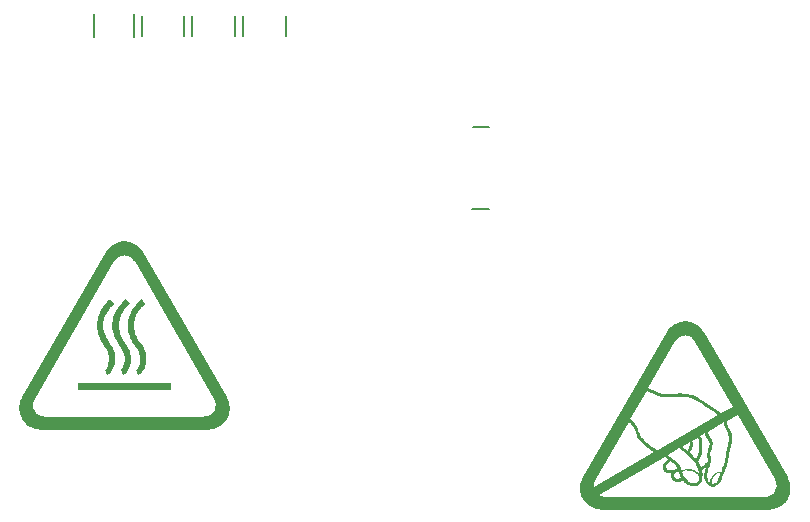
<source format=gbr>
%TF.GenerationSoftware,Altium Limited,Altium Designer,22.9.1 (49)*%
G04 Layer_Color=32896*
%FSLAX45Y45*%
%MOMM*%
%TF.SameCoordinates,C6D2A98E-D71B-44EB-B230-12E80A119C5B*%
%TF.FilePolarity,Positive*%
%TF.FileFunction,Legend,Bot*%
%TF.Part,Single*%
G01*
G75*
%TA.AperFunction,NonConductor*%
%ADD54C,0.20000*%
G36*
X5784691Y2025296D02*
X5801153Y2022944D01*
X5815264Y2018241D01*
X5824671Y2013537D01*
X5834078Y2008834D01*
X5838782Y2006482D01*
X5841134Y2004130D01*
X5850541Y1999427D01*
X5855244Y1997075D01*
X5876410Y1978260D01*
X5895225Y1957094D01*
X5904632Y1942984D01*
X5909335Y1938280D01*
Y1935928D01*
X6617223Y708296D01*
X6619575D01*
Y705944D01*
Y703593D01*
X6624279Y694186D01*
X6628982Y687130D01*
X6631334Y682427D01*
Y680075D01*
X6633686Y673019D01*
X6636038Y663612D01*
X6638389Y656557D01*
Y654205D01*
X6640741Y628336D01*
Y604818D01*
X6638389Y583652D01*
X6633686Y564837D01*
X6626630Y548375D01*
X6621927Y536616D01*
X6619575Y529561D01*
X6617223Y527209D01*
X6607816Y510746D01*
X6605464Y506043D01*
X6603113Y503691D01*
X6591354Y491932D01*
X6586650Y487228D01*
X6584298Y484877D01*
X6563132Y468414D01*
X6541966Y456655D01*
X6520800Y447248D01*
X6499634Y442544D01*
X6483171Y437841D01*
X6469061Y435489D01*
X5036823Y435489D01*
X5025064Y437841D01*
X5015657D01*
X5013305Y440192D01*
X5003898D01*
X4994491Y442544D01*
X4987436Y444896D01*
X4985084D01*
X4961566Y454303D01*
X4940400Y466062D01*
X4923937Y480173D01*
X4909827Y494283D01*
X4898068Y506042D01*
X4891012Y517801D01*
X4886309Y524857D01*
X4883957Y527208D01*
X4881605D01*
X4876902Y538967D01*
X4872198Y546023D01*
X4869846Y550726D01*
Y553078D01*
X4867494Y562485D01*
X4865143Y571892D01*
X4862791Y576596D01*
Y578948D01*
X4860439Y604817D01*
Y628335D01*
X4862791Y651853D01*
X4867494Y670667D01*
X4874550Y687130D01*
X4879253Y701241D01*
X4881605Y708296D01*
X4883957Y710648D01*
X5594196Y1940632D01*
X5603603Y1954743D01*
X5605955Y1959446D01*
X5608307Y1961798D01*
X5620066Y1973557D01*
X5624769Y1978260D01*
X5627121Y1980612D01*
X5648287Y1997075D01*
X5667101Y2008834D01*
X5688268Y2018241D01*
X5707082Y2022944D01*
X5723544Y2027648D01*
X5737655Y2030000D01*
X5768228D01*
X5784691Y2025296D01*
D02*
G37*
G36*
X1028955Y2705149D02*
X1045418Y2700445D01*
X1064232Y2695741D01*
X1085398Y2686334D01*
X1104212Y2674575D01*
X1125378Y2658113D01*
X1127730Y2655761D01*
X1132434Y2651057D01*
X1144193Y2639299D01*
X1146545Y2636947D01*
X1148896Y2632243D01*
X1158303Y2618132D01*
X1868543Y1388148D01*
X1870895Y1385797D01*
X1873247Y1378741D01*
X1877950Y1364630D01*
X1885006Y1348168D01*
X1889709Y1329354D01*
X1892061Y1305836D01*
Y1282318D01*
X1889709Y1256448D01*
Y1254097D01*
X1887357Y1249393D01*
X1885006Y1239986D01*
X1882654Y1230579D01*
Y1228227D01*
X1880302Y1223523D01*
X1875598Y1216468D01*
X1870895Y1204709D01*
X1868543D01*
X1866191Y1202357D01*
X1861488Y1195302D01*
X1854432Y1183543D01*
X1842673Y1171784D01*
X1828563Y1157673D01*
X1812100Y1143563D01*
X1790934Y1131804D01*
X1767416Y1122397D01*
X1765065D01*
X1758009Y1120045D01*
X1748602Y1117693D01*
X1739195D01*
X1736843Y1115341D01*
X1727436D01*
X1715677Y1112989D01*
X283439Y1112989D01*
X269329Y1115341D01*
X252866Y1120044D01*
X231700Y1124748D01*
X210534Y1134155D01*
X189368Y1145914D01*
X168202Y1162377D01*
X165850Y1164728D01*
X161146Y1169432D01*
X149388Y1181191D01*
X147036Y1183543D01*
X144684Y1188246D01*
X135277Y1204709D01*
X132925Y1207061D01*
X130573Y1214116D01*
X125870Y1225875D01*
X118814Y1242337D01*
X114111Y1261152D01*
X111759Y1282318D01*
Y1305836D01*
X114111Y1331705D01*
Y1334057D01*
X116463Y1341112D01*
X118814Y1350520D01*
X121166Y1357575D01*
Y1359927D01*
X123518Y1364630D01*
X128221Y1371686D01*
X132925Y1381093D01*
Y1383445D01*
Y1385796D01*
X135277D01*
X843164Y2613429D01*
Y2615781D01*
X847868Y2620484D01*
X857275Y2634595D01*
X876089Y2655761D01*
X897255Y2674575D01*
X901959Y2676927D01*
X911366Y2681631D01*
X913718Y2683982D01*
X918421Y2686334D01*
X927828Y2691038D01*
X937236Y2695741D01*
X951346Y2700445D01*
X967809Y2702797D01*
X984271Y2707500D01*
X1014845D01*
X1028955Y2705149D01*
D02*
G37*
%LPC*%
G36*
X5754118Y1910059D02*
X5749414D01*
Y1907707D01*
X5735303D01*
X5723544Y1903003D01*
X5702378Y1895948D01*
X5688268Y1886541D01*
X5685916Y1884189D01*
X5683564Y1881837D01*
X5678860Y1877134D01*
X5674157Y1874782D01*
Y1872430D01*
X5669453Y1863023D01*
X5667101Y1860671D01*
X5664750D01*
X5434275Y1460868D01*
X5514235Y1427943D01*
X5540105Y1420887D01*
X5561271Y1416184D01*
X5570678Y1413832D01*
X5613010D01*
X5634176Y1416184D01*
X5676509D01*
X5688268Y1418535D01*
X5716489D01*
X5740007Y1416184D01*
X5761173Y1413832D01*
X5777635Y1411480D01*
X5791746Y1409128D01*
X5803505Y1404425D01*
X5810560Y1402073D01*
X5812912D01*
X5831726Y1395018D01*
X5850541Y1385610D01*
X5885818Y1364444D01*
X5902280Y1355037D01*
X5914039Y1347982D01*
X5921094Y1343278D01*
X5923446Y1340926D01*
X5930501Y1336223D01*
X5942260Y1329168D01*
X5951668Y1322112D01*
X5954019Y1319761D01*
X5956371D01*
X5963426Y1315057D01*
X5965778Y1312705D01*
X5968130D01*
X5975185Y1308002D01*
X5977537Y1305650D01*
X5994000Y1296243D01*
X6005759Y1286836D01*
X6015166Y1282132D01*
X6017518Y1279780D01*
X6031628Y1268021D01*
X6043387Y1258614D01*
X6048091Y1251559D01*
X6050443Y1249207D01*
X6153921Y1308002D01*
X5836430Y1858319D01*
X5827023Y1872430D01*
X5817616Y1881837D01*
X5810560Y1888893D01*
X5808209Y1891244D01*
X5805857D01*
X5803505Y1893596D01*
X5801153Y1895948D01*
X5782339Y1905355D01*
X5765876Y1907707D01*
X5754118Y1910059D01*
D02*
G37*
G36*
X5422516Y1437350D02*
X5286112Y1202171D01*
X5297871Y1192764D01*
X5302575Y1190412D01*
X5304926Y1188060D01*
X5316685Y1173950D01*
X5326092Y1162191D01*
X5333148Y1152784D01*
X5335500Y1148080D01*
X5342555Y1131617D01*
X5347259Y1117507D01*
X5351962Y1103396D01*
X5354314Y1101044D01*
Y1098692D01*
X5363721Y1077526D01*
X5370776Y1063416D01*
X5373128Y1056360D01*
X5375480Y1054009D01*
X5384887Y1042250D01*
X5387239Y1039898D01*
X5389591Y1037546D01*
X5401350Y1023435D01*
X5403701Y1021084D01*
X5406053Y1018732D01*
X5429571Y997566D01*
X5450737Y978751D01*
X5469551Y964641D01*
X5486014Y955234D01*
X5500125Y948178D01*
X5509532Y943475D01*
X5516587Y941123D01*
X5518939D01*
X6026925Y1235096D01*
X6017518Y1244503D01*
X6010462Y1251559D01*
X6003407Y1256262D01*
X6001055Y1258614D01*
X5986944Y1268021D01*
X5975185Y1277428D01*
X5965778Y1282132D01*
X5963426Y1284484D01*
X5954019Y1291539D01*
X5946964Y1293891D01*
X5942260Y1296243D01*
X5925798Y1308001D01*
X5916391Y1315057D01*
X5909335Y1317409D01*
X5906984Y1319760D01*
X5885818Y1333871D01*
X5867003Y1347982D01*
X5848189Y1357389D01*
X5834078Y1364444D01*
X5819968Y1371500D01*
X5810560Y1376203D01*
X5805857Y1378555D01*
X5803505D01*
X5768228Y1385610D01*
X5732951Y1390314D01*
X5660046D01*
X5629473Y1387962D01*
X5605955Y1385610D01*
X5580085D01*
X5551864Y1390314D01*
X5528346Y1395018D01*
X5518939Y1399721D01*
X5511884Y1402073D01*
X5507180Y1404425D01*
X5504828D01*
X5422516Y1437350D01*
D02*
G37*
G36*
X5787043Y1004621D02*
X5723544Y969344D01*
X5737655Y957585D01*
X5751766Y945826D01*
X5763525Y938771D01*
X5765876Y934067D01*
X5768228D01*
X5772932Y941123D01*
X5777635Y950530D01*
X5779987Y957585D01*
X5782339Y959937D01*
X5784691Y964641D01*
Y966992D01*
X5789394Y981103D01*
Y985807D01*
Y988159D01*
Y992862D01*
X5787043Y997566D01*
Y1002269D01*
Y1004621D01*
D02*
G37*
G36*
X5855244Y1044601D02*
X5810560Y1018732D01*
X5812912Y1006973D01*
X5815264Y995214D01*
Y988159D01*
Y985807D01*
X5812912Y974048D01*
X5810560Y964641D01*
X5808209Y957585D01*
Y955234D01*
X5805857Y950530D01*
X5798801Y936419D01*
X5791746Y924660D01*
X5789394Y919957D01*
X5787043Y917605D01*
X5803505Y903494D01*
X5817616Y889384D01*
X5827023Y879976D01*
X5831726Y875273D01*
X5834078Y872921D01*
X5836430Y870569D01*
X5838782Y868217D01*
Y865866D01*
X5848189Y879976D01*
X5852893Y891735D01*
X5857596Y898791D01*
Y901142D01*
X5859948Y905846D01*
X5862300Y910550D01*
X5864651Y917605D01*
Y919957D01*
X5867003Y931716D01*
X5869355Y943475D01*
Y952882D01*
Y957585D01*
Y959937D01*
Y964641D01*
Y978751D01*
Y992862D01*
Y997566D01*
Y999917D01*
Y1009325D01*
X5867003Y1018732D01*
Y1023435D01*
Y1025787D01*
X5859948Y1039898D01*
X5855244Y1042250D01*
Y1044601D01*
D02*
G37*
G36*
X5918743Y1079878D02*
X5878762Y1058712D01*
X5888169Y1042250D01*
X5892873Y1035194D01*
Y1032842D01*
X5895225Y1021084D01*
Y1011676D01*
Y1002269D01*
Y999917D01*
Y983455D01*
Y978751D01*
Y976400D01*
Y964641D01*
Y959937D01*
Y957585D01*
Y938771D01*
X5892873Y924660D01*
X5890521Y917605D01*
Y915253D01*
Y912901D01*
X5888169Y905846D01*
Y903494D01*
Y901142D01*
X5885818D01*
X5883466Y896439D01*
X5881114Y891735D01*
Y889384D01*
X5874059Y872921D01*
X5864651Y858810D01*
X5859948Y849403D01*
X5857596Y844700D01*
X5869355Y825885D01*
X5876410Y811775D01*
X5881114Y802367D01*
X5883466Y797664D01*
X5892873Y802367D01*
X5895225Y807071D01*
X5897576D01*
X5906984Y811775D01*
X5911687Y816478D01*
X5914039Y818830D01*
X5918743Y823534D01*
X5921094Y825885D01*
X5923446D01*
X5928150Y830589D01*
X5932853Y832941D01*
X5935205Y835293D01*
X5937557D01*
X5939909Y837645D01*
Y842348D01*
Y861162D01*
X5937557Y877625D01*
X5935205Y887032D01*
Y891736D01*
Y898791D01*
Y905846D01*
X5939909Y927012D01*
X5942260Y936420D01*
X5944612Y943475D01*
X5946964Y948178D01*
Y950530D01*
X5951668Y964641D01*
X5954019Y976400D01*
X5956371Y990511D01*
Y999918D01*
Y1002270D01*
X5954019Y1011677D01*
X5946964Y1023436D01*
X5942260Y1032843D01*
X5939909Y1035195D01*
X5928150Y1054009D01*
X5921094Y1068119D01*
X5918743Y1077526D01*
Y1079878D01*
D02*
G37*
G36*
X5627121Y847051D02*
X5624769D01*
X5620066Y842348D01*
X5608307Y832941D01*
X5601251Y823534D01*
X5596548Y821182D01*
Y818830D01*
Y816478D01*
X5594196D01*
Y814126D01*
X5589493Y809423D01*
Y804719D01*
Y802367D01*
Y800016D01*
Y795312D01*
X5591844Y788257D01*
X5594196Y781201D01*
Y778850D01*
Y776498D01*
X5601252Y771794D01*
X5610659Y769442D01*
X5622418D01*
X5641232Y771794D01*
X5655343Y774146D01*
X5664750Y776498D01*
X5669453D01*
X5681212Y783553D01*
X5683564Y785905D01*
X5685916D01*
Y788257D01*
X5683564Y790609D01*
Y792960D01*
X5674157Y807071D01*
X5664750Y818830D01*
X5657694Y825885D01*
X5655343Y828237D01*
X5648287Y832941D01*
X5638880Y839996D01*
X5629473Y844700D01*
X5627121Y847051D01*
D02*
G37*
G36*
X6076312Y1173950D02*
X5942260Y1096341D01*
X5944612Y1082230D01*
X5951668Y1065768D01*
X5958723Y1054009D01*
X5961075Y1051657D01*
Y1049305D01*
X5972834Y1032843D01*
X5979889Y1018732D01*
X5984593Y1009325D01*
Y1006973D01*
Y999918D01*
X5982241Y988159D01*
X5977537Y966993D01*
X5975185Y957586D01*
X5972834Y948178D01*
X5970482Y943475D01*
Y941123D01*
X5965778Y929364D01*
X5963426Y919957D01*
X5961075Y905846D01*
Y901143D01*
Y898791D01*
X5965778Y877625D01*
Y861162D01*
Y847052D01*
Y844700D01*
Y842348D01*
Y835293D01*
Y832941D01*
X5963426Y828237D01*
Y825886D01*
X5961075Y818830D01*
Y814127D01*
X5958723Y811775D01*
X5956371Y802368D01*
Y797664D01*
X5954019Y795312D01*
X5946964Y771794D01*
X5942261Y752980D01*
X5937557Y736518D01*
Y724759D01*
X5935205Y717703D01*
Y713000D01*
Y708296D01*
X5939909Y691834D01*
X5946964Y680075D01*
X5954020Y670668D01*
X5956371Y668316D01*
X5961075Y665964D01*
X5963427Y663612D01*
Y665964D01*
Y670668D01*
Y673019D01*
Y675371D01*
Y684778D01*
Y689482D01*
X5970482Y705944D01*
X5972834Y710648D01*
X5975186Y713000D01*
X5979889Y717703D01*
X5982241Y722407D01*
X5991648Y734166D01*
X5998704Y743573D01*
X6008111Y748277D01*
X6017518Y752980D01*
X6031629Y757684D01*
X6045739D01*
X6048091Y755332D01*
X6052795D01*
X6057498Y764739D01*
X6059850Y774146D01*
X6062201Y783553D01*
X6064553Y785905D01*
X6071609Y802368D01*
X6078664Y816478D01*
X6081016Y825886D01*
X6083368Y830589D01*
X6088071Y849403D01*
X6090423Y865866D01*
X6092775Y882328D01*
Y884680D01*
Y887032D01*
X6097478Y917605D01*
X6102182Y938771D01*
X6104534Y950530D01*
Y955234D01*
Y957586D01*
X6106885Y964641D01*
X6109237Y971696D01*
X6111589Y978752D01*
Y981103D01*
X6116293Y999918D01*
X6120996Y1016380D01*
Y1028139D01*
X6123348Y1039898D01*
Y1046953D01*
X6120996Y1051657D01*
Y1056361D01*
X6116293Y1068120D01*
X6111589Y1084582D01*
X6104534Y1098693D01*
X6102182Y1101045D01*
Y1103396D01*
X6088071Y1131618D01*
X6081016Y1155136D01*
X6076312Y1169246D01*
Y1171598D01*
Y1173950D01*
D02*
G37*
G36*
X5697675Y955234D02*
X5601251Y898791D01*
X5613010Y889384D01*
X5624769Y879976D01*
X5636528Y870569D01*
X5638880Y868217D01*
X5641232D01*
X5655343Y858810D01*
X5664750Y851755D01*
X5669453Y847051D01*
X5671805D01*
X5685916Y832941D01*
X5697675Y818830D01*
X5704730Y809423D01*
X5707082Y807071D01*
Y804719D01*
X5711785Y795312D01*
X5714137Y785905D01*
X5716489Y783553D01*
Y781201D01*
X5718841Y774146D01*
X5721193Y771794D01*
Y769442D01*
X5735303Y774146D01*
X5742359D01*
X5751766Y776498D01*
X5754118Y778850D01*
X5787043D01*
X5801153Y776498D01*
X5805857D01*
X5810560Y774146D01*
X5812912D01*
X5815264Y771794D01*
X5822320D01*
X5824671Y769442D01*
X5827023D01*
X5841134Y762387D01*
X5852893Y755332D01*
X5859948Y750628D01*
X5862300Y748276D01*
X5864652Y745925D01*
X5867004Y741221D01*
X5869061Y739163D01*
X5869355Y736517D01*
Y738869D01*
X5869061Y739163D01*
X5867004Y757684D01*
X5859948Y778850D01*
X5850541Y800016D01*
X5838782Y818830D01*
X5829375Y835292D01*
X5819968Y847051D01*
X5812912Y856459D01*
X5810560Y858810D01*
X5791746Y879976D01*
X5772932Y896439D01*
X5758821Y908198D01*
X5756469Y912901D01*
X5754118D01*
X5730600Y929364D01*
X5714137Y943475D01*
X5702378Y952882D01*
X5697675Y955234D01*
D02*
G37*
G36*
X5695323Y760035D02*
X5690620Y757684D01*
X5683564Y755332D01*
X5678861Y752980D01*
X5676509D01*
X5674157Y750628D01*
X5669453D01*
X5667102Y748276D01*
X5664750D01*
X5657695Y736517D01*
Y727110D01*
Y720055D01*
Y717703D01*
Y713000D01*
X5660046Y710648D01*
Y705944D01*
X5662398Y703592D01*
X5664750D01*
X5671805Y698889D01*
X5678861Y696537D01*
X5688268D01*
X5700027Y698889D01*
X5709434Y701241D01*
X5714137Y703592D01*
X5716489Y705944D01*
X5707082Y722407D01*
X5702378Y736517D01*
X5697675Y745925D01*
Y748276D01*
X5695323Y757684D01*
Y760035D01*
D02*
G37*
G36*
X5763525Y767091D02*
X5756470D01*
X5742359Y762387D01*
X5730600Y760035D01*
X5725896Y757684D01*
X5723545Y755332D01*
X5728248Y741221D01*
X5735303Y727110D01*
X5744711Y715351D01*
X5747062Y713000D01*
Y710648D01*
X5761173Y691834D01*
X5770580Y682426D01*
X5777636Y675371D01*
X5779987Y673019D01*
X5787043Y668316D01*
X5791746Y665964D01*
X5796450Y663612D01*
X5805857Y658909D01*
X5834079D01*
X5843486Y661260D01*
X5848189Y663612D01*
X5852893Y665964D01*
X5859948Y675371D01*
X5864652Y687130D01*
X5869355Y696537D01*
Y701241D01*
X5867004Y713000D01*
X5864652Y715351D01*
X5859948Y727110D01*
X5855245Y734166D01*
X5852893Y738869D01*
X5843486Y745925D01*
X5834079Y752980D01*
X5827023Y755332D01*
X5824671Y757684D01*
X5819968D01*
X5817616Y760035D01*
X5808209D01*
X5798802Y762387D01*
X5787043Y764739D01*
X5777636D01*
X5763525Y767091D01*
D02*
G37*
G36*
X6038684Y745925D02*
X6026925D01*
X6019870Y741221D01*
X6005759Y731814D01*
X5996352Y722407D01*
X5994000Y720055D01*
Y717703D01*
X5991648Y713000D01*
X5989296Y710648D01*
X5986945Y708296D01*
Y705944D01*
X5979889Y691834D01*
X5977537Y687130D01*
Y684778D01*
X5975186Y682427D01*
Y680075D01*
Y677723D01*
Y675371D01*
Y668316D01*
X5977537Y665964D01*
Y663612D01*
Y658909D01*
Y656557D01*
X5979889Y654205D01*
X5989296D01*
X6001055Y658909D01*
X6010462Y663612D01*
X6015166Y668316D01*
X6017518Y670668D01*
X6022221Y677723D01*
X6026925Y687130D01*
X6036332Y708296D01*
X6038684Y717703D01*
X6043387Y727111D01*
X6045739Y731814D01*
Y734166D01*
X6048091Y743573D01*
X6045739D01*
X6038684Y745925D01*
D02*
G37*
G36*
X6193902Y1239800D02*
X6102182Y1188061D01*
X6106885Y1164543D01*
X6113941Y1138673D01*
X6118644Y1129266D01*
X6123348Y1119859D01*
X6125700Y1115155D01*
Y1112803D01*
X6135107Y1091637D01*
X6142162Y1075175D01*
X6146866Y1065768D01*
Y1063416D01*
X6149218Y1051657D01*
Y1037546D01*
X6144514Y1009325D01*
X6142162Y995214D01*
X6139810Y983455D01*
X6137459Y976400D01*
Y974048D01*
X6135107Y964641D01*
X6132755Y955234D01*
X6130403Y952882D01*
Y950530D01*
Y948178D01*
X6125700Y929364D01*
X6123348Y908198D01*
X6120996Y898791D01*
X6118644Y891736D01*
Y887032D01*
Y884680D01*
X6116293Y868218D01*
X6113941Y854107D01*
Y844700D01*
X6111589Y835293D01*
X6106885Y823534D01*
Y821182D01*
X6102182Y807071D01*
X6097478Y792961D01*
X6092775Y778850D01*
X6090423Y776498D01*
Y774146D01*
X6085720Y762387D01*
X6081016Y755332D01*
X6076312Y743573D01*
X6073961Y738869D01*
Y736518D01*
Y734166D01*
X6071609Y731814D01*
Y729462D01*
Y727111D01*
X6064554Y708296D01*
X6057498Y691834D01*
X6052795Y680075D01*
X6045739Y670668D01*
X6043387Y663612D01*
X6038684Y658909D01*
X6036332Y654205D01*
X6022221Y640094D01*
X6005759Y633039D01*
X5996352Y628336D01*
X5982241D01*
X5972834Y630687D01*
X5965779Y633039D01*
X5963427D01*
X5946964Y642446D01*
X5942261Y644798D01*
X5939909Y647150D01*
X5930502Y656557D01*
X5923446Y665964D01*
X5914039Y684778D01*
X5909336Y701241D01*
Y703592D01*
Y705944D01*
Y715351D01*
X5911687Y729462D01*
X5916391Y757684D01*
X5918743Y771794D01*
X5923446Y783553D01*
X5925798Y790609D01*
Y792960D01*
X5916391Y788257D01*
X5914039Y785905D01*
X5911687Y783553D01*
X5899928Y776498D01*
X5895225Y771794D01*
X5892873Y769442D01*
X5895225Y755332D01*
X5897577Y743573D01*
Y734166D01*
Y731814D01*
Y729462D01*
Y727110D01*
Y724759D01*
X5895225Y705944D01*
X5892873Y691834D01*
X5888170Y677723D01*
X5883466Y665964D01*
X5878762Y658909D01*
X5874059Y651853D01*
X5869355Y649501D01*
Y647150D01*
X5859948Y640094D01*
X5848189Y635391D01*
X5838782Y633039D01*
X5808209D01*
X5791746Y637742D01*
X5787043Y640094D01*
X5784691D01*
X5775284Y644798D01*
X5768228Y647150D01*
X5765877Y651853D01*
X5763525D01*
X5751766Y661260D01*
X5742359Y673019D01*
X5735303Y682426D01*
X5732952Y684778D01*
X5718841Y675371D01*
X5704730Y670667D01*
X5695323Y668316D01*
X5690620D01*
X5671805Y670667D01*
X5657695Y675371D01*
X5648287Y682426D01*
X5645936Y684778D01*
X5643584Y687130D01*
X5641232Y689482D01*
X5636528Y694185D01*
X5634177Y698889D01*
X5631825Y705944D01*
Y708296D01*
Y710648D01*
X5629473Y722407D01*
Y734166D01*
X5631825Y741221D01*
Y743573D01*
X5620066D01*
X5598900Y745925D01*
X5584789Y752980D01*
X5575382Y757684D01*
X5573030Y760035D01*
X5570678Y767091D01*
X5568327Y769442D01*
X5565975Y781201D01*
X5563623Y790609D01*
X5561271Y797664D01*
Y800016D01*
X5563623Y811775D01*
X5565975Y823534D01*
X5570678Y830589D01*
X5573030Y832941D01*
X5575382Y835292D01*
X5587141Y847051D01*
X5596548Y856459D01*
X5601251Y858810D01*
X5603603Y861162D01*
X5594196Y870569D01*
X5584789Y877625D01*
X5580085Y882328D01*
X5577734Y884680D01*
X5020361Y562485D01*
X5036823Y553078D01*
X5043878Y548375D01*
X5053286D01*
X5057989Y546023D01*
X5074452D01*
Y543671D01*
X6424377Y543671D01*
X6438488Y546023D01*
X6452598Y548375D01*
X6473764Y557782D01*
X6487875Y564837D01*
X6490227Y569541D01*
X6492579D01*
X6499634Y578948D01*
X6501986Y581300D01*
X6506689Y588355D01*
X6509041Y593059D01*
X6511393D01*
X6520800Y616577D01*
X6523152Y637743D01*
Y647150D01*
X6520800Y654205D01*
Y658909D01*
Y661261D01*
X6518448Y673019D01*
X6516096Y675371D01*
X6513745Y684778D01*
X6511393Y687130D01*
Y689482D01*
Y691834D01*
X6193902Y1239800D01*
D02*
G37*
G36*
X5274353Y1181005D02*
X5272001D01*
X4992139Y694185D01*
Y691834D01*
X4985084Y677723D01*
X4980380Y665964D01*
X4978028Y656557D01*
Y651853D01*
Y644798D01*
Y642446D01*
Y633039D01*
Y628335D01*
X5488366Y924660D01*
X5471903Y934067D01*
X5453089Y945826D01*
X5420164Y969344D01*
X5408405Y981103D01*
X5396646Y990510D01*
X5389591Y997566D01*
X5387239Y999917D01*
X5375480Y1014028D01*
X5370776Y1018732D01*
X5368425Y1021084D01*
X5359017Y1032842D01*
X5354314Y1037546D01*
Y1039898D01*
X5344907Y1054009D01*
X5337851Y1070471D01*
X5333148Y1084582D01*
X5330796Y1086934D01*
Y1089285D01*
X5323741Y1110451D01*
X5316685Y1124562D01*
X5314334Y1131617D01*
X5311982Y1133969D01*
X5302575Y1150432D01*
X5293167Y1159839D01*
X5288464Y1166894D01*
X5286112Y1169246D01*
X5276705Y1176301D01*
X5274353Y1181005D01*
D02*
G37*
G36*
X1003086Y2587559D02*
X998382D01*
X986623Y2585207D01*
X970161Y2582856D01*
X951346Y2573448D01*
X948995Y2571097D01*
X946643Y2568745D01*
X944291D01*
X941939Y2566393D01*
X934884Y2559338D01*
X925477Y2549931D01*
X916070Y2535820D01*
X241107Y1369334D01*
Y1366982D01*
Y1364630D01*
X238755Y1362278D01*
X236404Y1352871D01*
X234052Y1350520D01*
X231700Y1338761D01*
Y1336409D01*
Y1331705D01*
X229348Y1324650D01*
Y1315243D01*
X231700Y1294077D01*
X241107Y1270559D01*
X243459D01*
X245811Y1265855D01*
X250514Y1258800D01*
X252866Y1256448D01*
X259922Y1247041D01*
X262273D01*
X264625Y1242337D01*
X278736Y1235282D01*
X299902Y1225875D01*
X314013Y1223523D01*
X328123Y1221171D01*
X1678048Y1221172D01*
Y1223523D01*
X1694511D01*
X1699215Y1225875D01*
X1708622D01*
X1713325Y1228227D01*
X1727436Y1235282D01*
X1743898Y1249393D01*
X1762713Y1270559D01*
X1765065Y1275263D01*
X1769768Y1284670D01*
X1772120Y1301132D01*
X1774472Y1319947D01*
Y1322298D01*
Y1329354D01*
Y1334057D01*
X1772120Y1343464D01*
X1767416Y1355223D01*
X1760361Y1369334D01*
Y1371686D01*
X1087750Y2538172D01*
X1085398D01*
X1083046Y2540523D01*
X1078343Y2549931D01*
Y2552282D01*
X1073639Y2554634D01*
X1068936Y2559338D01*
X1066584Y2561690D01*
X1064232Y2564041D01*
X1050121Y2573448D01*
X1028955Y2580504D01*
X1017196Y2585207D01*
X1003086D01*
Y2587559D01*
D02*
G37*
%LPD*%
G36*
X1158303Y2199515D02*
X1177118Y2175997D01*
X1174766Y2173645D01*
X1167711Y2168941D01*
X1158303Y2161886D01*
X1146545Y2150127D01*
X1144193Y2147775D01*
X1139489Y2140720D01*
X1130082Y2128961D01*
X1120675Y2114850D01*
X1118323Y2110147D01*
X1111268Y2096036D01*
X1101861Y2074870D01*
X1092453Y2049000D01*
X1085398Y2016075D01*
X1083046Y1980798D01*
X1090102Y1940818D01*
X1094805Y1922004D01*
X1104212Y1900838D01*
X1106564Y1898486D01*
X1111268Y1889079D01*
X1120675Y1874968D01*
X1134786Y1853802D01*
X1137137Y1849098D01*
X1146545Y1837339D01*
X1155952Y1820877D01*
X1167711Y1802063D01*
X1170062Y1797359D01*
X1177118Y1783248D01*
X1181821Y1762082D01*
X1186525Y1731509D01*
Y1729157D01*
Y1724454D01*
Y1707991D01*
Y1705639D01*
Y1698584D01*
Y1689177D01*
X1184173Y1682122D01*
Y1677418D01*
X1181821Y1668011D01*
X1177118Y1651548D01*
X1172414Y1632734D01*
X1163007Y1613920D01*
X1151248Y1595106D01*
X1137137Y1580995D01*
X1118323Y1571588D01*
X1101861Y1620975D01*
X1106564Y1623327D01*
X1108916Y1625679D01*
X1113620Y1632734D01*
X1118323Y1639789D01*
X1125378Y1653900D01*
X1130082Y1668011D01*
X1134786Y1689177D01*
Y1691529D01*
Y1696232D01*
Y1703288D01*
Y1707991D01*
Y1710343D01*
Y1715047D01*
Y1722102D01*
Y1726806D01*
Y1729157D01*
X1132434Y1733861D01*
Y1743268D01*
X1127730Y1755027D01*
X1123027Y1769138D01*
X1115971Y1785600D01*
X1104212Y1802063D01*
X1092453Y1820877D01*
Y1823229D01*
X1087750Y1825581D01*
X1078343Y1839691D01*
X1066584Y1858506D01*
X1057177Y1877320D01*
X1054825Y1879672D01*
X1052473Y1889079D01*
X1045418Y1903189D01*
X1040714Y1922004D01*
X1036011Y1943170D01*
X1031307Y1966688D01*
X1028955Y1992557D01*
X1031307Y2018427D01*
Y2020779D01*
X1033659Y2030186D01*
X1036011Y2044297D01*
X1040714Y2060759D01*
X1047770Y2079573D01*
X1054825Y2100740D01*
X1066584Y2124257D01*
X1078343Y2145423D01*
X1080695Y2150127D01*
X1087750Y2159534D01*
X1097157Y2171293D01*
X1108916Y2185404D01*
X1111268Y2187756D01*
X1120675Y2194811D01*
X1132434Y2206570D01*
X1146545Y2218329D01*
X1158303Y2199515D01*
D02*
G37*
G36*
X1028955D02*
X1045418Y2175997D01*
X1043066Y2173645D01*
X1036011Y2168941D01*
X1026603Y2159534D01*
X1014845Y2150127D01*
X1012493Y2147775D01*
X1007789Y2140720D01*
X1000734Y2128961D01*
X991327Y2114850D01*
X988975Y2110147D01*
X981920Y2096036D01*
X972512Y2074870D01*
X963105Y2049000D01*
X956050Y2016075D01*
X953698Y1980798D01*
X960753Y1940818D01*
X965457Y1922004D01*
X974864Y1900838D01*
X977216Y1898486D01*
X981920Y1889079D01*
X991327Y1872616D01*
X1005437Y1853802D01*
X1007789Y1849098D01*
X1014845Y1837339D01*
X1024252Y1820877D01*
X1036011Y1802063D01*
X1038362Y1797359D01*
X1045418Y1783248D01*
X1052473Y1762082D01*
X1057177Y1731509D01*
Y1729157D01*
Y1726806D01*
Y1719750D01*
Y1707991D01*
Y1705639D01*
Y1698584D01*
X1054825Y1689177D01*
Y1682122D01*
Y1677418D01*
X1052473Y1668011D01*
X1047770Y1651548D01*
X1040714Y1632734D01*
X1031307Y1613920D01*
X1019548Y1595106D01*
X1005437Y1580995D01*
X986623Y1571588D01*
X970161Y1620975D01*
X974864Y1623327D01*
X977216Y1625679D01*
X984271Y1632734D01*
X988975Y1639789D01*
X993678Y1653900D01*
X998382Y1668011D01*
X1003086Y1689177D01*
Y1691529D01*
Y1696232D01*
Y1707991D01*
Y1710343D01*
Y1715047D01*
Y1726806D01*
Y1729157D01*
Y1733861D01*
X1000734Y1743268D01*
X998382Y1755027D01*
X991327Y1769138D01*
X984271Y1785600D01*
X974864Y1802063D01*
X963105Y1820877D01*
Y1823229D01*
X958402Y1827932D01*
X948995Y1842043D01*
X937236Y1860857D01*
X927828Y1877320D01*
X925477Y1879672D01*
X923125Y1889079D01*
X916070Y1903189D01*
X911366Y1922004D01*
X904311Y1943170D01*
X899607Y1966688D01*
X897255Y1992557D01*
X899607Y2018427D01*
Y2020779D01*
X901959Y2030186D01*
X904311Y2044297D01*
X909014Y2060759D01*
X916070Y2079573D01*
X925477Y2100740D01*
X946643Y2145423D01*
X948995Y2150127D01*
X956050Y2159534D01*
X965457Y2171293D01*
X977216Y2185404D01*
X979568Y2187756D01*
X988975Y2197163D01*
X1000734Y2206570D01*
X1014845Y2218329D01*
X1028955Y2199515D01*
D02*
G37*
G36*
X897255D02*
X916070Y2175997D01*
X913718D01*
X911366Y2173645D01*
X904311Y2168941D01*
X894903Y2159534D01*
X885496Y2150127D01*
X883145Y2147775D01*
X876089Y2140720D01*
X869034Y2128961D01*
X859627Y2114850D01*
X857275Y2110147D01*
X850220Y2096036D01*
X840812Y2074870D01*
X831405Y2049000D01*
X824350Y2016075D01*
X821998Y1980798D01*
X829053Y1940818D01*
X833757Y1922004D01*
X843164Y1900838D01*
X845516Y1898486D01*
X850220Y1889079D01*
X859627Y1874968D01*
X873737Y1853802D01*
X876089Y1849098D01*
X883145Y1837339D01*
X892552Y1820877D01*
X904311Y1802063D01*
X906662Y1797359D01*
X913718Y1783248D01*
X920773Y1762082D01*
X925477Y1731509D01*
Y1729157D01*
Y1722102D01*
Y1715047D01*
Y1707991D01*
Y1705639D01*
Y1698584D01*
Y1689177D01*
X923125Y1682122D01*
Y1677418D01*
X920773Y1668011D01*
X916070Y1651548D01*
X909014Y1632734D01*
X899607Y1613920D01*
X887848Y1595106D01*
X873737Y1580995D01*
X854923Y1571588D01*
X838461Y1620975D01*
X843164Y1623327D01*
X845516Y1625679D01*
X852571Y1632734D01*
X857275Y1639789D01*
X861978Y1653900D01*
X866682Y1668011D01*
X871386Y1689177D01*
Y1691529D01*
X873737Y1696232D01*
Y1707991D01*
Y1710343D01*
Y1712695D01*
Y1726806D01*
Y1729157D01*
X871386Y1733861D01*
Y1743268D01*
X866682Y1755027D01*
X861978Y1769138D01*
X854923Y1785600D01*
X843164Y1802063D01*
X831405Y1820877D01*
Y1823229D01*
X826702Y1825581D01*
X817295Y1839691D01*
X805536Y1858505D01*
X796128Y1877320D01*
X793777Y1879671D01*
X791425Y1889079D01*
X784370Y1903189D01*
X779666Y1922004D01*
X774962Y1943170D01*
X770259Y1966687D01*
X767907Y1992557D01*
X770259Y2018427D01*
Y2020779D01*
X772611Y2030186D01*
X774962Y2044296D01*
X779666Y2060759D01*
X784370Y2079573D01*
X793777Y2100739D01*
X803184Y2124257D01*
X814943Y2145423D01*
X817295Y2150127D01*
X824350Y2159534D01*
X833757Y2171293D01*
X845516Y2185404D01*
X850220Y2190107D01*
X857275Y2197163D01*
X871386Y2208922D01*
X883145Y2218329D01*
X897255Y2199515D01*
D02*
G37*
G36*
X1395834Y1444591D02*
X607986Y1444591D01*
X607986Y1510441D01*
X1395834Y1510441D01*
X1395834Y1444591D01*
D02*
G37*
D54*
X740116Y4432493D02*
Y4632492D01*
X1080120Y4432493D02*
Y4632492D01*
X3952500Y3677500D02*
X4092500D01*
X1147252Y4447608D02*
Y4617392D01*
X1507668Y4447608D02*
Y4617392D01*
X1577292Y4447608D02*
Y4617392D01*
X1937708Y4447608D02*
Y4617392D01*
X2007332Y4447608D02*
Y4617392D01*
X2367748Y4447608D02*
Y4617392D01*
X3947500Y2982500D02*
X4087500D01*
%TF.MD5,bc27ed6fbbf1a75082a4b35990db6bab*%
M02*

</source>
